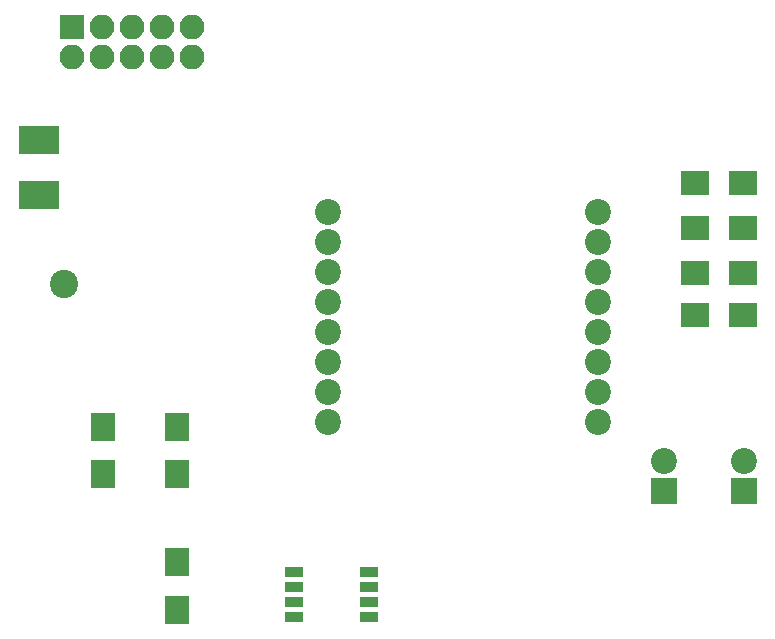
<source format=gbr>
G04 #@! TF.FileFunction,Soldermask,Bot*
%FSLAX46Y46*%
G04 Gerber Fmt 4.6, Leading zero omitted, Abs format (unit mm)*
G04 Created by KiCad (PCBNEW 4.0.7-e2-6376~61~ubuntu18.04.1) date Mon Dec  9 13:49:04 2019*
%MOMM*%
%LPD*%
G01*
G04 APERTURE LIST*
%ADD10C,0.100000*%
%ADD11R,2.100000X2.100000*%
%ADD12O,2.100000X2.100000*%
%ADD13R,3.400000X2.400000*%
%ADD14R,2.200000X2.200000*%
%ADD15C,2.200000*%
%ADD16C,2.398980*%
%ADD17R,1.543000X0.908000*%
%ADD18R,2.400000X2.100000*%
%ADD19R,2.100000X2.400000*%
G04 APERTURE END LIST*
D10*
D11*
X51511200Y-35915600D03*
D12*
X51511200Y-38455600D03*
X54051200Y-35915600D03*
X54051200Y-38455600D03*
X56591200Y-35915600D03*
X56591200Y-38455600D03*
X59131200Y-35915600D03*
X59131200Y-38455600D03*
X61671200Y-35915600D03*
X61671200Y-38455600D03*
D13*
X48717200Y-50077000D03*
X48717200Y-45427000D03*
D14*
X108458000Y-75133200D03*
D15*
X108458000Y-72593200D03*
D14*
X101650800Y-75133200D03*
D15*
X101650800Y-72593200D03*
D16*
X50901600Y-57607200D03*
D17*
X70383400Y-82067400D03*
X70383400Y-83337400D03*
X70383400Y-84607400D03*
X70383400Y-85877400D03*
X76733400Y-85877400D03*
X76733400Y-84607400D03*
X76733400Y-83337400D03*
X76733400Y-82067400D03*
D15*
X73240900Y-51562000D03*
X73240900Y-54102000D03*
X73240900Y-56642000D03*
X73240900Y-59182000D03*
X73240900Y-61722000D03*
X73240900Y-64262000D03*
X73240900Y-66802000D03*
X73240900Y-69342000D03*
X96100900Y-69342000D03*
X96100900Y-66802000D03*
X96100900Y-64262000D03*
X96100900Y-61722000D03*
X96100900Y-59182000D03*
X96100900Y-56642000D03*
X96100900Y-54102000D03*
X96100900Y-51562000D03*
D18*
X104324400Y-52882800D03*
X108324400Y-52882800D03*
X104324400Y-56692800D03*
X108324400Y-56692800D03*
X104324400Y-49123600D03*
X108324400Y-49123600D03*
X104324400Y-60248800D03*
X108324400Y-60248800D03*
D19*
X60452000Y-81210400D03*
X60452000Y-85210400D03*
X60452000Y-69729600D03*
X60452000Y-73729600D03*
X54152800Y-73729600D03*
X54152800Y-69729600D03*
M02*

</source>
